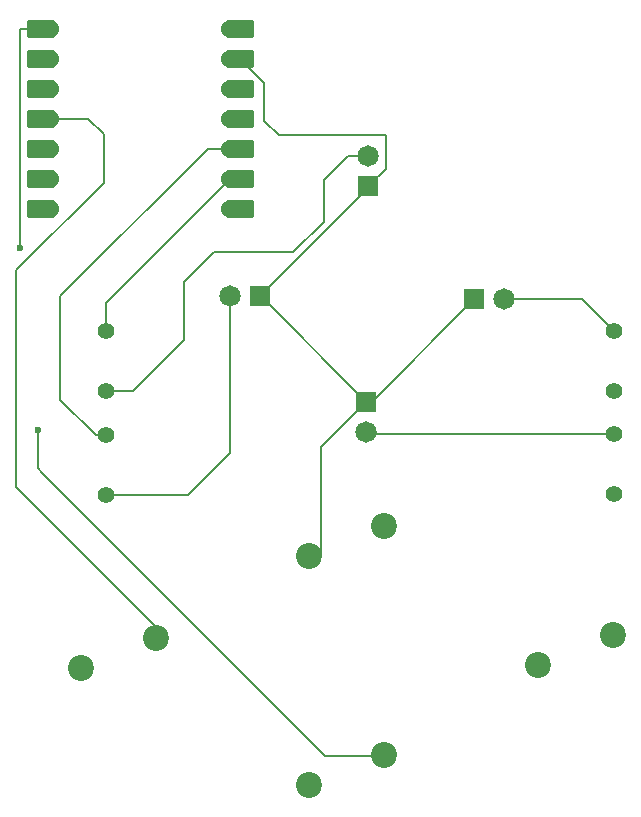
<source format=gbr>
%TF.GenerationSoftware,KiCad,Pcbnew,9.0.3*%
%TF.CreationDate,2025-08-02T05:31:17+05:30*%
%TF.ProjectId,coolbuildpathfinder,636f6f6c-6275-4696-9c64-706174686669,rev?*%
%TF.SameCoordinates,Original*%
%TF.FileFunction,Copper,L1,Top*%
%TF.FilePolarity,Positive*%
%FSLAX46Y46*%
G04 Gerber Fmt 4.6, Leading zero omitted, Abs format (unit mm)*
G04 Created by KiCad (PCBNEW 9.0.3) date 2025-08-02 05:31:17*
%MOMM*%
%LPD*%
G01*
G04 APERTURE LIST*
G04 Aperture macros list*
%AMRoundRect*
0 Rectangle with rounded corners*
0 $1 Rounding radius*
0 $2 $3 $4 $5 $6 $7 $8 $9 X,Y pos of 4 corners*
0 Add a 4 corners polygon primitive as box body*
4,1,4,$2,$3,$4,$5,$6,$7,$8,$9,$2,$3,0*
0 Add four circle primitives for the rounded corners*
1,1,$1+$1,$2,$3*
1,1,$1+$1,$4,$5*
1,1,$1+$1,$6,$7*
1,1,$1+$1,$8,$9*
0 Add four rect primitives between the rounded corners*
20,1,$1+$1,$2,$3,$4,$5,0*
20,1,$1+$1,$4,$5,$6,$7,0*
20,1,$1+$1,$6,$7,$8,$9,0*
20,1,$1+$1,$8,$9,$2,$3,0*%
G04 Aperture macros list end*
%TA.AperFunction,ComponentPad*%
%ADD10C,1.400000*%
%TD*%
%TA.AperFunction,ComponentPad*%
%ADD11C,2.200000*%
%TD*%
%TA.AperFunction,ComponentPad*%
%ADD12C,1.815000*%
%TD*%
%TA.AperFunction,ComponentPad*%
%ADD13R,1.815000X1.815000*%
%TD*%
%TA.AperFunction,SMDPad,CuDef*%
%ADD14RoundRect,0.152400X1.063600X0.609600X-1.063600X0.609600X-1.063600X-0.609600X1.063600X-0.609600X0*%
%TD*%
%TA.AperFunction,ComponentPad*%
%ADD15C,1.524000*%
%TD*%
%TA.AperFunction,SMDPad,CuDef*%
%ADD16RoundRect,0.152400X-1.063600X-0.609600X1.063600X-0.609600X1.063600X0.609600X-1.063600X0.609600X0*%
%TD*%
%TA.AperFunction,ViaPad*%
%ADD17C,0.600000*%
%TD*%
%TA.AperFunction,Conductor*%
%ADD18C,0.200000*%
%TD*%
G04 APERTURE END LIST*
D10*
%TO.P,R2,1*%
%TO.N,Net-(D2-PadA)*%
X128400468Y-88724216D03*
%TO.P,R2,2*%
%TO.N,LED2*%
X128400468Y-83644216D03*
%TD*%
D11*
%TO.P,SW4,1,1*%
%TO.N,button4*%
X132640000Y-109620000D03*
%TO.P,SW4,2,2*%
%TO.N,GND*%
X126290000Y-112160000D03*
%TD*%
%TO.P,SW1,1,1*%
%TO.N,button3*%
X151935000Y-100175000D03*
%TO.P,SW1,2,2*%
%TO.N,GND*%
X145585000Y-102715000D03*
%TD*%
%TO.P,SW2,1,1*%
%TO.N,button2*%
X171340000Y-109420000D03*
%TO.P,SW2,2,2*%
%TO.N,GND*%
X164990000Y-111960000D03*
%TD*%
D12*
%TO.P,D3,A*%
%TO.N,Net-(D3-PadA)*%
X162100000Y-80931500D03*
D13*
%TO.P,D3,C*%
%TO.N,GND*%
X159560000Y-80931500D03*
%TD*%
D12*
%TO.P,D1,A*%
%TO.N,Net-(D1-PadA)*%
X138900000Y-80731500D03*
D13*
%TO.P,D1,C*%
%TO.N,GND*%
X141440000Y-80731500D03*
%TD*%
D10*
%TO.P,R1,1*%
%TO.N,Net-(D1-PadA)*%
X128400468Y-97584216D03*
%TO.P,R1,2*%
%TO.N,LED1*%
X128400468Y-92504216D03*
%TD*%
D11*
%TO.P,SW3,1,1*%
%TO.N,button1*%
X151960000Y-119520000D03*
%TO.P,SW3,2,2*%
%TO.N,GND*%
X145610000Y-122060000D03*
%TD*%
D14*
%TO.P,U1,1,GPIO26/ADC0/A0*%
%TO.N,button1*%
X122845000Y-58048500D03*
D15*
X123680000Y-58048500D03*
D14*
%TO.P,U1,2,GPIO27/ADC1/A1*%
%TO.N,button2*%
X122845000Y-60588500D03*
D15*
X123680000Y-60588500D03*
D14*
%TO.P,U1,3,GPIO28/ADC2/A2*%
%TO.N,button3*%
X122845000Y-63128500D03*
D15*
X123680000Y-63128500D03*
D14*
%TO.P,U1,4,GPIO29/ADC3/A3*%
%TO.N,button4*%
X122845000Y-65668500D03*
D15*
X123680000Y-65668500D03*
D14*
%TO.P,U1,5,GPIO6/SDA*%
%TO.N,LED3*%
X122845000Y-68208500D03*
D15*
X123680000Y-68208500D03*
D14*
%TO.P,U1,6,GPIO7/SCL*%
%TO.N,LED4*%
X122845000Y-70748500D03*
D15*
X123680000Y-70748500D03*
D14*
%TO.P,U1,7,GPIO0/TX*%
%TO.N,unconnected-(U1-GPIO0{slash}TX-Pad7)*%
X122845000Y-73288500D03*
D15*
X123680000Y-73288500D03*
%TO.P,U1,8,GPIO1/RX*%
%TO.N,unconnected-(U1-GPIO1{slash}RX-Pad8)*%
X138920000Y-73288500D03*
D16*
X139755000Y-73288500D03*
D15*
%TO.P,U1,9,GPIO2/SCK*%
%TO.N,LED2*%
X138920000Y-70748500D03*
D16*
X139755000Y-70748500D03*
D15*
%TO.P,U1,10,GPIO4/MISO*%
%TO.N,LED1*%
X138920000Y-68208500D03*
D16*
X139755000Y-68208500D03*
D15*
%TO.P,U1,11,GPIO3/MOSI*%
%TO.N,unconnected-(U1-GPIO3{slash}MOSI-Pad11)*%
X138920000Y-65668500D03*
D16*
X139755000Y-65668500D03*
D15*
%TO.P,U1,12,3V3*%
%TO.N,unconnected-(U1-3V3-Pad12)*%
X138920000Y-63128500D03*
D16*
X139755000Y-63128500D03*
D15*
%TO.P,U1,13,GND*%
%TO.N,GND*%
X138920000Y-60588500D03*
D16*
X139755000Y-60588500D03*
D15*
%TO.P,U1,14,VBUS*%
%TO.N,unconnected-(U1-VBUS-Pad14)*%
X138920000Y-58048500D03*
D16*
X139755000Y-58048500D03*
%TD*%
D10*
%TO.P,R4,1*%
%TO.N,Net-(D4-PadA)*%
X171399532Y-92375784D03*
%TO.P,R4,2*%
%TO.N,LED4*%
X171399532Y-97455784D03*
%TD*%
D12*
%TO.P,D2,A*%
%TO.N,Net-(D2-PadA)*%
X150600000Y-68861500D03*
D13*
%TO.P,D2,C*%
%TO.N,GND*%
X150600000Y-71401500D03*
%TD*%
D12*
%TO.P,D4,A*%
%TO.N,Net-(D4-PadA)*%
X150400000Y-92171500D03*
D13*
%TO.P,D4,C*%
%TO.N,GND*%
X150400000Y-89631500D03*
%TD*%
D10*
%TO.P,R3,1*%
%TO.N,Net-(D3-PadA)*%
X171399532Y-83675784D03*
%TO.P,R3,2*%
%TO.N,LED3*%
X171399532Y-88755784D03*
%TD*%
D17*
%TO.N,button1*%
X122600000Y-92000000D03*
X121100000Y-76600000D03*
%TD*%
D18*
%TO.N,GND*%
X152100000Y-67100000D02*
X143000000Y-67100000D01*
X150600000Y-71571500D02*
X141440000Y-80731500D01*
X141800000Y-62633500D02*
X139755000Y-60588500D01*
X150600000Y-71401500D02*
X152100000Y-69901500D01*
X150400000Y-89631500D02*
X150860000Y-89631500D01*
X141440000Y-80731500D02*
X141500000Y-80731500D01*
X146565000Y-102815000D02*
X146565000Y-93466500D01*
X150860000Y-89631500D02*
X159560000Y-80931500D01*
X150600000Y-71401500D02*
X150600000Y-71571500D01*
X152100000Y-69901500D02*
X152100000Y-67100000D01*
X146565000Y-93466500D02*
X150400000Y-89631500D01*
X143000000Y-67100000D02*
X141800000Y-65900000D01*
X141500000Y-80731500D02*
X150400000Y-89631500D01*
X141800000Y-65900000D02*
X141800000Y-62633500D01*
%TO.N,Net-(D1-PadA)*%
X138900000Y-94000000D02*
X138900000Y-80731500D01*
X128400468Y-97584216D02*
X135315784Y-97584216D01*
X135315784Y-97584216D02*
X138900000Y-94000000D01*
%TO.N,Net-(D2-PadA)*%
X135000000Y-84400000D02*
X135000000Y-79500000D01*
X148838500Y-68861500D02*
X150600000Y-68861500D01*
X146800000Y-74400000D02*
X146800000Y-70900000D01*
X137500000Y-77000000D02*
X144200000Y-77000000D01*
X128400468Y-88724216D02*
X130675784Y-88724216D01*
X135000000Y-79500000D02*
X137500000Y-77000000D01*
X144200000Y-77000000D02*
X146800000Y-74400000D01*
X146800000Y-70900000D02*
X148838500Y-68861500D01*
X130675784Y-88724216D02*
X135000000Y-84400000D01*
%TO.N,Net-(D3-PadA)*%
X171399532Y-83675784D02*
X168655248Y-80931500D01*
X168655248Y-80931500D02*
X162100000Y-80931500D01*
%TO.N,LED1*%
X127504216Y-92504216D02*
X124500000Y-89500000D01*
X128400468Y-92504216D02*
X128400468Y-92300468D01*
X128400000Y-92300000D02*
X128400468Y-92300468D01*
X124500000Y-80700000D02*
X136991500Y-68208500D01*
X124500000Y-89500000D02*
X124500000Y-80700000D01*
X128400468Y-92504216D02*
X127504216Y-92504216D01*
X136991500Y-68208500D02*
X138920000Y-68208500D01*
%TO.N,LED2*%
X128400468Y-81268032D02*
X138920000Y-70748500D01*
X128400468Y-83644216D02*
X128400468Y-81268032D01*
%TO.N,LED3*%
X171400000Y-88755316D02*
X171399532Y-88755784D01*
X171400000Y-88700000D02*
X171400000Y-88755316D01*
%TO.N,button3*%
X152915000Y-100275000D02*
X152825000Y-100275000D01*
X152800000Y-100300000D02*
X152825000Y-100275000D01*
%TO.N,button1*%
X146920000Y-119620000D02*
X123000000Y-95700000D01*
X121148500Y-58048500D02*
X122845000Y-58048500D01*
X123000000Y-95700000D02*
X122600000Y-95300000D01*
X152940000Y-119620000D02*
X152940000Y-119340000D01*
X121100000Y-58097000D02*
X121148500Y-58048500D01*
X121100000Y-76600000D02*
X121100000Y-58097000D01*
X122600000Y-95300000D02*
X122600000Y-92000000D01*
X152940000Y-119620000D02*
X146920000Y-119620000D01*
%TO.N,LED4*%
X171555784Y-97455784D02*
X171600000Y-97500000D01*
X171555784Y-97455784D02*
X171399532Y-97455784D01*
%TO.N,button4*%
X126868500Y-65668500D02*
X122845000Y-65668500D01*
X120800000Y-96900000D02*
X120800000Y-78500000D01*
X128200000Y-67000000D02*
X126868500Y-65668500D01*
X128200000Y-71100000D02*
X128200000Y-67000000D01*
X120800000Y-78500000D02*
X128200000Y-71100000D01*
X133620000Y-109720000D02*
X120800000Y-96900000D01*
%TO.N,Net-(D4-PadA)*%
X150604284Y-92375784D02*
X150400000Y-92171500D01*
X171399532Y-92375784D02*
X150604284Y-92375784D01*
%TD*%
M02*

</source>
